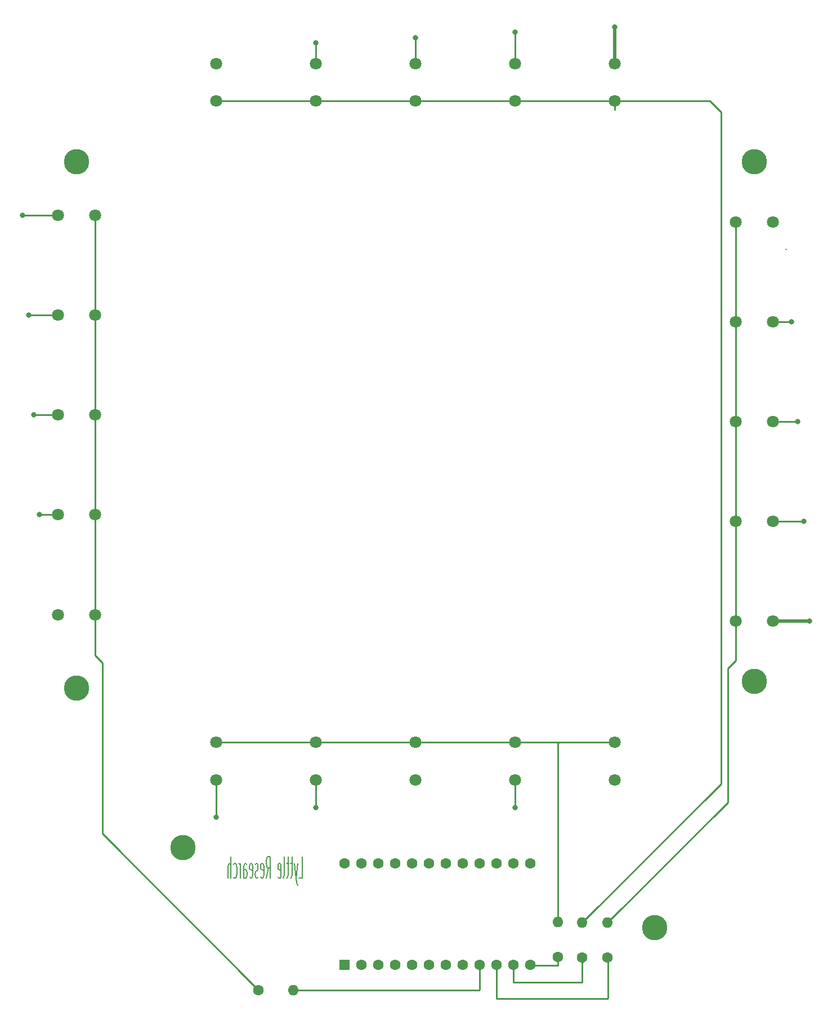
<source format=gbr>
%TF.GenerationSoftware,KiCad,Pcbnew,5.1.10-88a1d61d58~88~ubuntu18.04.1*%
%TF.CreationDate,2021-10-19T13:41:10-04:00*%
%TF.ProjectId,MFDkeyboard2withMountHoles3USEthisONE,4d46446b-6579-4626-9f61-726432776974,rev?*%
%TF.SameCoordinates,Original*%
%TF.FileFunction,Copper,L2,Bot*%
%TF.FilePolarity,Positive*%
%FSLAX46Y46*%
G04 Gerber Fmt 4.6, Leading zero omitted, Abs format (unit mm)*
G04 Created by KiCad (PCBNEW 5.1.10-88a1d61d58~88~ubuntu18.04.1) date 2021-10-19 13:41:10*
%MOMM*%
%LPD*%
G01*
G04 APERTURE LIST*
%TA.AperFunction,NonConductor*%
%ADD10C,0.150000*%
%TD*%
%TA.AperFunction,ComponentPad*%
%ADD11C,1.800000*%
%TD*%
%TA.AperFunction,ComponentPad*%
%ADD12R,1.600000X1.600000*%
%TD*%
%TA.AperFunction,ComponentPad*%
%ADD13C,1.600000*%
%TD*%
%TA.AperFunction,ComponentPad*%
%ADD14C,3.800000*%
%TD*%
%TA.AperFunction,ComponentPad*%
%ADD15O,1.600000X1.600000*%
%TD*%
%TA.AperFunction,ViaPad*%
%ADD16C,0.800000*%
%TD*%
%TA.AperFunction,Conductor*%
%ADD17C,0.250000*%
%TD*%
%TA.AperFunction,Conductor*%
%ADD18C,0.508000*%
%TD*%
G04 APERTURE END LIST*
D10*
X76519047Y-158556666D02*
X76995238Y-158556666D01*
X76995238Y-155336666D01*
X76280952Y-156410000D02*
X76042857Y-158556666D01*
X75804761Y-156410000D02*
X76042857Y-158556666D01*
X76138095Y-159323333D01*
X76185714Y-159476666D01*
X76280952Y-159630000D01*
X75566666Y-156410000D02*
X75185714Y-156410000D01*
X75423809Y-155336666D02*
X75423809Y-158096666D01*
X75376190Y-158403333D01*
X75280952Y-158556666D01*
X75185714Y-158556666D01*
X74995238Y-156410000D02*
X74614285Y-156410000D01*
X74852380Y-155336666D02*
X74852380Y-158096666D01*
X74804761Y-158403333D01*
X74709523Y-158556666D01*
X74614285Y-158556666D01*
X74138095Y-158556666D02*
X74233333Y-158403333D01*
X74280952Y-158096666D01*
X74280952Y-155336666D01*
X73376190Y-158403333D02*
X73471428Y-158556666D01*
X73661904Y-158556666D01*
X73757142Y-158403333D01*
X73804761Y-158096666D01*
X73804761Y-156870000D01*
X73757142Y-156563333D01*
X73661904Y-156410000D01*
X73471428Y-156410000D01*
X73376190Y-156563333D01*
X73328571Y-156870000D01*
X73328571Y-157176666D01*
X73804761Y-157483333D01*
X71566666Y-158556666D02*
X71900000Y-157023333D01*
X72138095Y-158556666D02*
X72138095Y-155336666D01*
X71757142Y-155336666D01*
X71661904Y-155490000D01*
X71614285Y-155643333D01*
X71566666Y-155950000D01*
X71566666Y-156410000D01*
X71614285Y-156716666D01*
X71661904Y-156870000D01*
X71757142Y-157023333D01*
X72138095Y-157023333D01*
X70757142Y-158403333D02*
X70852380Y-158556666D01*
X71042857Y-158556666D01*
X71138095Y-158403333D01*
X71185714Y-158096666D01*
X71185714Y-156870000D01*
X71138095Y-156563333D01*
X71042857Y-156410000D01*
X70852380Y-156410000D01*
X70757142Y-156563333D01*
X70709523Y-156870000D01*
X70709523Y-157176666D01*
X71185714Y-157483333D01*
X70328571Y-158403333D02*
X70233333Y-158556666D01*
X70042857Y-158556666D01*
X69947619Y-158403333D01*
X69900000Y-158096666D01*
X69900000Y-157943333D01*
X69947619Y-157636666D01*
X70042857Y-157483333D01*
X70185714Y-157483333D01*
X70280952Y-157330000D01*
X70328571Y-157023333D01*
X70328571Y-156870000D01*
X70280952Y-156563333D01*
X70185714Y-156410000D01*
X70042857Y-156410000D01*
X69947619Y-156563333D01*
X69090476Y-158403333D02*
X69185714Y-158556666D01*
X69376190Y-158556666D01*
X69471428Y-158403333D01*
X69519047Y-158096666D01*
X69519047Y-156870000D01*
X69471428Y-156563333D01*
X69376190Y-156410000D01*
X69185714Y-156410000D01*
X69090476Y-156563333D01*
X69042857Y-156870000D01*
X69042857Y-157176666D01*
X69519047Y-157483333D01*
X68185714Y-158556666D02*
X68185714Y-156870000D01*
X68233333Y-156563333D01*
X68328571Y-156410000D01*
X68519047Y-156410000D01*
X68614285Y-156563333D01*
X68185714Y-158403333D02*
X68280952Y-158556666D01*
X68519047Y-158556666D01*
X68614285Y-158403333D01*
X68661904Y-158096666D01*
X68661904Y-157790000D01*
X68614285Y-157483333D01*
X68519047Y-157330000D01*
X68280952Y-157330000D01*
X68185714Y-157176666D01*
X67709523Y-158556666D02*
X67709523Y-156410000D01*
X67709523Y-157023333D02*
X67661904Y-156716666D01*
X67614285Y-156563333D01*
X67519047Y-156410000D01*
X67423809Y-156410000D01*
X66661904Y-158403333D02*
X66757142Y-158556666D01*
X66947619Y-158556666D01*
X67042857Y-158403333D01*
X67090476Y-158250000D01*
X67138095Y-157943333D01*
X67138095Y-157023333D01*
X67090476Y-156716666D01*
X67042857Y-156563333D01*
X66947619Y-156410000D01*
X66757142Y-156410000D01*
X66661904Y-156563333D01*
X66233333Y-158556666D02*
X66233333Y-155336666D01*
X65804761Y-158556666D02*
X65804761Y-156870000D01*
X65852380Y-156563333D01*
X65947619Y-156410000D01*
X66090476Y-156410000D01*
X66185714Y-156563333D01*
X66233333Y-156716666D01*
D11*
%TO.P,S12,2*%
%TO.N,Net-(S12-Pad2)*%
X109000000Y-143800000D03*
%TO.P,S12,1*%
%TO.N,Net-(R4-Pad2)*%
X109000000Y-138200000D03*
%TD*%
%TO.P,S6,2*%
%TO.N,Net-(S1-Pad2)*%
X147800000Y-60000000D03*
%TO.P,S6,1*%
%TO.N,Net-(R2-Pad2)*%
X142200000Y-60000000D03*
%TD*%
%TO.P,S7,2*%
%TO.N,Net-(S12-Pad2)*%
X147800000Y-75000000D03*
%TO.P,S7,1*%
%TO.N,Net-(R2-Pad2)*%
X142200000Y-75000000D03*
%TD*%
%TO.P,S1,2*%
%TO.N,Net-(S1-Pad2)*%
X64000000Y-36200000D03*
%TO.P,S1,1*%
%TO.N,Net-(R3-Pad2)*%
X64000000Y-41800000D03*
%TD*%
%TO.P,S2,2*%
%TO.N,Net-(S12-Pad2)*%
X79000000Y-36200000D03*
%TO.P,S2,1*%
%TO.N,Net-(R3-Pad2)*%
X79000000Y-41800000D03*
%TD*%
%TO.P,S3,2*%
%TO.N,Net-(S13-Pad2)*%
X94000000Y-36200000D03*
%TO.P,S3,1*%
%TO.N,Net-(R3-Pad2)*%
X94000000Y-41800000D03*
%TD*%
%TO.P,S4,2*%
%TO.N,Net-(S14-Pad2)*%
X109000000Y-36200000D03*
%TO.P,S4,1*%
%TO.N,Net-(R3-Pad2)*%
X109000000Y-41800000D03*
%TD*%
%TO.P,S5,2*%
%TO.N,Net-(S10-Pad2)*%
X124000000Y-36200000D03*
%TO.P,S5,1*%
%TO.N,Net-(R3-Pad2)*%
X124000000Y-41800000D03*
%TD*%
%TO.P,S8,2*%
%TO.N,Net-(S13-Pad2)*%
X147800000Y-90000000D03*
%TO.P,S8,1*%
%TO.N,Net-(R2-Pad2)*%
X142200000Y-90000000D03*
%TD*%
%TO.P,S9,2*%
%TO.N,Net-(S14-Pad2)*%
X147800000Y-105000000D03*
%TO.P,S9,1*%
%TO.N,Net-(R2-Pad2)*%
X142200000Y-105000000D03*
%TD*%
%TO.P,S10,2*%
%TO.N,Net-(S10-Pad2)*%
X147800000Y-120000000D03*
%TO.P,S10,1*%
%TO.N,Net-(R2-Pad2)*%
X142200000Y-120000000D03*
%TD*%
%TO.P,S11,2*%
%TO.N,Net-(S1-Pad2)*%
X124000000Y-143800000D03*
%TO.P,S11,1*%
%TO.N,Net-(R4-Pad2)*%
X124000000Y-138200000D03*
%TD*%
%TO.P,S13,2*%
%TO.N,Net-(S13-Pad2)*%
X94000000Y-143800000D03*
%TO.P,S13,1*%
%TO.N,Net-(R4-Pad2)*%
X94000000Y-138200000D03*
%TD*%
%TO.P,S14,2*%
%TO.N,Net-(S14-Pad2)*%
X79000000Y-143800000D03*
%TO.P,S14,1*%
%TO.N,Net-(R4-Pad2)*%
X79000000Y-138200000D03*
%TD*%
%TO.P,S15,2*%
%TO.N,Net-(S10-Pad2)*%
X64000000Y-143800000D03*
%TO.P,S15,1*%
%TO.N,Net-(R4-Pad2)*%
X64000000Y-138200000D03*
%TD*%
%TO.P,S16,2*%
%TO.N,Net-(S1-Pad2)*%
X40200000Y-119000000D03*
%TO.P,S16,1*%
%TO.N,Net-(R1-Pad1)*%
X45800000Y-119000000D03*
%TD*%
%TO.P,S17,2*%
%TO.N,Net-(S12-Pad2)*%
X40200000Y-104000000D03*
%TO.P,S17,1*%
%TO.N,Net-(R1-Pad1)*%
X45800000Y-104000000D03*
%TD*%
%TO.P,S18,2*%
%TO.N,Net-(S13-Pad2)*%
X40200000Y-89000000D03*
%TO.P,S18,1*%
%TO.N,Net-(R1-Pad1)*%
X45800000Y-89000000D03*
%TD*%
%TO.P,S19,2*%
%TO.N,Net-(S14-Pad2)*%
X40200000Y-74000000D03*
%TO.P,S19,1*%
%TO.N,Net-(R1-Pad1)*%
X45800000Y-74000000D03*
%TD*%
%TO.P,S20,2*%
%TO.N,Net-(S10-Pad2)*%
X40200000Y-59000000D03*
%TO.P,S20,1*%
%TO.N,Net-(R1-Pad1)*%
X45800000Y-59000000D03*
%TD*%
D12*
%TO.P,U1,1*%
%TO.N,Net-(U1-Pad1)*%
X83330000Y-171620000D03*
D13*
%TO.P,U1,2*%
%TO.N,Net-(U1-Pad2)*%
X85870000Y-171620000D03*
%TO.P,U1,3*%
%TO.N,Net-(U1-Pad3)*%
X88410000Y-171620000D03*
%TO.P,U1,4*%
%TO.N,Net-(U1-Pad4)*%
X90950000Y-171620000D03*
%TO.P,U1,5*%
%TO.N,Net-(U1-Pad5)*%
X93490000Y-171620000D03*
%TO.P,U1,6*%
%TO.N,Net-(U1-Pad6)*%
X96030000Y-171620000D03*
%TO.P,U1,7*%
%TO.N,Net-(U1-Pad7)*%
X98570000Y-171620000D03*
%TO.P,U1,8*%
%TO.N,Net-(U1-Pad8)*%
X101110000Y-171620000D03*
%TO.P,U1,9*%
%TO.N,Net-(R1-Pad2)*%
X103650000Y-171620000D03*
%TO.P,U1,10*%
%TO.N,Net-(R2-Pad1)*%
X106190000Y-171620000D03*
%TO.P,U1,11*%
%TO.N,Net-(R3-Pad1)*%
X108730000Y-171620000D03*
%TO.P,U1,12*%
%TO.N,Net-(R4-Pad1)*%
X111270000Y-171620000D03*
%TO.P,U1,13*%
%TO.N,Net-(S10-Pad2)*%
X111270000Y-156380000D03*
%TO.P,U1,14*%
%TO.N,Net-(S14-Pad2)*%
X108730000Y-156380000D03*
%TO.P,U1,15*%
%TO.N,Net-(S13-Pad2)*%
X106190000Y-156380000D03*
%TO.P,U1,16*%
%TO.N,Net-(S12-Pad2)*%
X103650000Y-156380000D03*
%TO.P,U1,17*%
%TO.N,Net-(S1-Pad2)*%
X101110000Y-156380000D03*
%TO.P,U1,18*%
%TO.N,Net-(U1-Pad18)*%
X98570000Y-156380000D03*
%TO.P,U1,19*%
%TO.N,Net-(U1-Pad19)*%
X96030000Y-156380000D03*
%TO.P,U1,20*%
%TO.N,Net-(U1-Pad20)*%
X93490000Y-156380000D03*
%TO.P,U1,21*%
%TO.N,Net-(U1-Pad21)*%
X90950000Y-156380000D03*
%TO.P,U1,22*%
%TO.N,Net-(U1-Pad22)*%
X88410000Y-156380000D03*
%TO.P,U1,23*%
%TO.N,Net-(U1-Pad23)*%
X85870000Y-156380000D03*
%TO.P,U1,24*%
%TO.N,Net-(U1-Pad24)*%
X83330000Y-156380000D03*
%TD*%
D14*
%TO.P,REF\u002A\u002A,*%
%TO.N,*%
X145000000Y-51000000D03*
%TD*%
%TO.P,REF\u002A\u002A,*%
%TO.N,*%
X130000000Y-166000000D03*
%TD*%
%TO.P,REF\u002A\u002A,*%
%TO.N,*%
X59000000Y-154000000D03*
%TD*%
%TO.P,REF\u002A\u002A,*%
%TO.N,*%
X43000000Y-130000000D03*
%TD*%
%TO.P,REF\u002A\u002A,*%
%TO.N,*%
X43000000Y-51000000D03*
%TD*%
%TO.P,REF\u002A\u002A,*%
%TO.N,*%
X145000000Y-129000000D03*
%TD*%
D15*
%TO.P,R2,2*%
%TO.N,Net-(R2-Pad2)*%
X122900000Y-165300000D03*
D13*
%TO.P,R2,1*%
%TO.N,Net-(R2-Pad1)*%
X122900000Y-170500000D03*
%TD*%
D15*
%TO.P,R1,2*%
%TO.N,Net-(R1-Pad2)*%
X75600000Y-175400000D03*
D13*
%TO.P,R1,1*%
%TO.N,Net-(R1-Pad1)*%
X70400000Y-175400000D03*
%TD*%
D15*
%TO.P,R3,2*%
%TO.N,Net-(R3-Pad2)*%
X119100000Y-165300000D03*
D13*
%TO.P,R3,1*%
%TO.N,Net-(R3-Pad1)*%
X119100000Y-170500000D03*
%TD*%
D15*
%TO.P,R4,2*%
%TO.N,Net-(R4-Pad2)*%
X115400000Y-165200000D03*
D13*
%TO.P,R4,1*%
%TO.N,Net-(R4-Pad1)*%
X115400000Y-170400000D03*
%TD*%
D16*
%TO.N,Net-(S12-Pad2)*%
X109000000Y-148000000D03*
X37475000Y-104000000D03*
X79000000Y-33100000D03*
X150600000Y-75000000D03*
%TO.N,Net-(S13-Pad2)*%
X36600000Y-89000000D03*
X94000000Y-32300000D03*
X151500000Y-90000000D03*
%TO.N,Net-(S14-Pad2)*%
X152400000Y-105000000D03*
X35800000Y-74000000D03*
X109024992Y-31475000D03*
X78999992Y-148000000D03*
%TO.N,Net-(S10-Pad2)*%
X153299999Y-120000001D03*
X124000000Y-30700000D03*
X34900000Y-59000000D03*
X64000000Y-149400000D03*
%TD*%
D17*
%TO.N,Net-(D1-Pad2)*%
X149699998Y-64100000D02*
X149700000Y-64100002D01*
%TO.N,Net-(R1-Pad2)*%
X75600000Y-175400000D02*
X103600000Y-175400000D01*
X103650000Y-175350000D02*
X103650000Y-171620000D01*
X103600000Y-175400000D02*
X103650000Y-175350000D01*
%TO.N,Net-(R1-Pad1)*%
X45800000Y-59000000D02*
X45800000Y-119000000D01*
X46900000Y-126200000D02*
X46900000Y-151900000D01*
X46900000Y-151900000D02*
X70400000Y-175400000D01*
X45800000Y-119000000D02*
X45800000Y-125100000D01*
X45800000Y-125100000D02*
X46900000Y-126200000D01*
%TO.N,Net-(R2-Pad1)*%
X106190000Y-171620000D02*
X106190000Y-176710000D01*
X123000000Y-170500000D02*
X123000000Y-176600000D01*
X122900000Y-176700000D02*
X120700000Y-176700000D01*
X123000000Y-176600000D02*
X122900000Y-176700000D01*
X106200000Y-176700000D02*
X120700000Y-176700000D01*
X120700000Y-176700000D02*
X121400000Y-176700000D01*
%TO.N,Net-(R2-Pad2)*%
X141800000Y-120400000D02*
X142200000Y-120000000D01*
X142200000Y-60000000D02*
X142200000Y-75000000D01*
X142200000Y-75000000D02*
X142200000Y-120000000D01*
X141000000Y-147200000D02*
X122900000Y-165300000D01*
X141000000Y-127100000D02*
X141000000Y-147200000D01*
X142200000Y-120000000D02*
X142200000Y-125900000D01*
X142200000Y-125900000D02*
X141000000Y-127100000D01*
%TO.N,Net-(R3-Pad2)*%
X124000000Y-43200000D02*
X124000000Y-41800000D01*
X64000000Y-41800000D02*
X124000000Y-41800000D01*
X140000000Y-43500000D02*
X140000000Y-144400000D01*
X124000000Y-41800000D02*
X138300000Y-41800000D01*
X140000000Y-144400000D02*
X119100000Y-165300000D01*
X138300000Y-41800000D02*
X140000000Y-43500000D01*
%TO.N,Net-(R3-Pad1)*%
X108730000Y-174270000D02*
X115330000Y-174270000D01*
X119100000Y-174270000D02*
X115330000Y-174270000D01*
X108730000Y-171620000D02*
X108730000Y-174200000D01*
X119100000Y-171300000D02*
X119100000Y-174200000D01*
X119600000Y-170800000D02*
X119100000Y-171300000D01*
%TO.N,Net-(R4-Pad1)*%
X115400000Y-171700000D02*
X115400000Y-170400000D01*
X111270000Y-171700000D02*
X115400000Y-171700000D01*
%TO.N,Net-(R4-Pad2)*%
X109000000Y-138200000D02*
X94000000Y-138200000D01*
X94000000Y-138200000D02*
X79000000Y-138200000D01*
X79000000Y-138200000D02*
X64000000Y-138200000D01*
X115400000Y-138400000D02*
X115600000Y-138200000D01*
X115400000Y-165200000D02*
X115400000Y-138400000D01*
X124000000Y-138200000D02*
X115600000Y-138200000D01*
X115600000Y-138200000D02*
X109000000Y-138200000D01*
%TO.N,Net-(S12-Pad2)*%
X109000000Y-143800000D02*
X109000000Y-148000000D01*
X37475000Y-104000000D02*
X40200000Y-104000000D01*
X79000000Y-36200000D02*
X79000000Y-33100000D01*
X147800000Y-75000000D02*
X150600000Y-75000000D01*
%TO.N,Net-(S13-Pad2)*%
X40200000Y-89000000D02*
X36600000Y-89000000D01*
X94000000Y-36200000D02*
X94000000Y-32300000D01*
X147800000Y-90000000D02*
X151500000Y-90000000D01*
%TO.N,Net-(S14-Pad2)*%
X147300000Y-105000000D02*
X152400000Y-105000000D01*
X40200000Y-74000000D02*
X35800000Y-74000000D01*
X109000000Y-36200000D02*
X109000000Y-31499992D01*
X109000000Y-31499992D02*
X109024992Y-31475000D01*
X79000000Y-147999992D02*
X78999992Y-148000000D01*
X79000000Y-143800000D02*
X79000000Y-147999992D01*
D18*
%TO.N,Net-(S10-Pad2)*%
X149214214Y-120000001D02*
X153299999Y-120000001D01*
X147800000Y-120000000D02*
X149214214Y-120000001D01*
X124000000Y-36200000D02*
X124000000Y-30700000D01*
D17*
X40200000Y-59000000D02*
X34900000Y-59000000D01*
X64000000Y-143800000D02*
X64000000Y-149000000D01*
X64000000Y-149000000D02*
X64000000Y-149400000D01*
%TD*%
M02*

</source>
